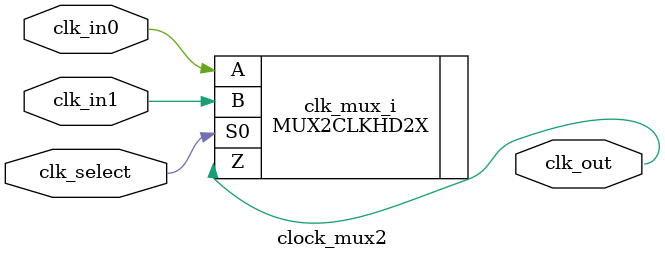
<source format=sv>
module clock_mux2
  (
   input  logic clk_in0,
   input  logic clk_in1,
   input  logic clk_select,
   output logic clk_out
   );
 
`ifndef HVT_only
   MUX2CLKHD2X clk_mux_i
     (
	    .A(clk_in0),
	    .B(clk_in1),
	    .S0(clk_select),
	    .Z(clk_out)
	    );
`else
   MUX2CLKHD2XHT clk_mux_i
     (
	    .A(clk_in0),
	    .B(clk_in1),
	    .S0(clk_select),
	    .Z(clk_out)
	    );
`endif
   
endmodule

</source>
